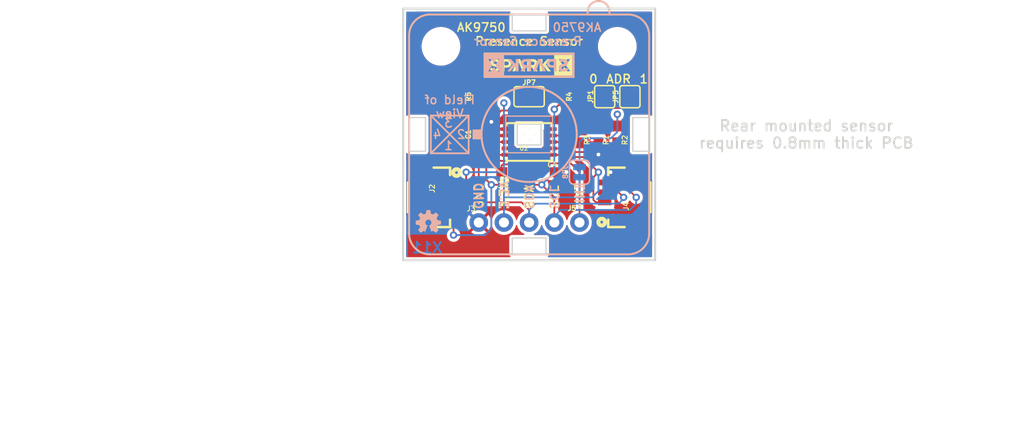
<source format=kicad_pcb>
(kicad_pcb (version 20211014) (generator pcbnew)
  (layers (0 "F.Cu" signal) (31 "B.Cu" signal) (34 "B.Paste" user) (35 "F.Paste" user) (36 "B.SilkS" user "B.Silkscreen") (37 "F.SilkS" user "F.Silkscreen") (38 "B.Mask" user) (39 "F.Mask" user) (44 "Edge.Cuts" user))
  (net 0 "")
  (net 1 "3.3V")
  (net 2 "GND")
  (net 3 "SCL")
  (net 4 "SDA")
  (net 5 "~{INT}")
  (net 6 "N$1")
  (net 7 "N$2")
  (net 8 "ADR0")
  (net 9 "ADR1")
  (net 10 "N$3")
  (net 11 "VDD")
  (footprint "eagleBoard:STAND-OFF" (layer "F.Cu") (at 139.6111 96.1136)
    (fp_text reference "JP3" hide)
    (fp_text value "STAND-OFF" hide)
    (pad "" np_thru_hole circle (at 0 0) (size 3.302 3.302) (drill 3.302) (layers *.Cu *.Mask))
  )
  (footprint "eagleBoard:1X04_NO_SILK" (layer "F.Cu") (at 143.4211 113.8936)
    (fp_text reference "J3" (at -1.27 -1.397) (layer "F.SilkS") (effects (font (size 0.512064 0.512064) (thickness 0.097536)) (justify left)))
    (fp_text value "PTH" hide)
    (pad "1" thru_hole circle (at 0 0 90) (size 1.8796 1.8796) (drill 1.016) (layers *.Cu *.Mask) (net 2 "GND"))
    (pad "2" thru_hole circle (at 2.54 0 90) (size 1.8796 1.8796) (drill 1.016) (layers *.Cu *.Mask) (net 1 "3.3V"))
    (pad "3" thru_hole circle (at 5.08 0 90) (size 1.8796 1.8796) (drill 1.016) (layers *.Cu *.Mask) (net 4 "SDA"))
    (pad "4" thru_hole circle (at 7.62 0 90) (size 1.8796 1.8796) (drill 1.016) (layers *.Cu *.Mask) (net 3 "SCL"))
  )
  (footprint "eagleBoard:SPARKX-MEDIUM" (layer "F.Cu") (at 148.5011 98.0186)
    (fp_text reference "U$2" hide)
    (fp_text value "SPARKX-LOGO4" hide)
  )
  (footprint "eagleBoard:MICRO-FIDUCIAL" (layer "F.Cu") (at 160.3121 116.8146)
    (fp_text reference "JP2" hide)
    (fp_text value "FIDUCIALUFIDUCIAL" hide)
    (pad "1" smd roundrect (at 0 0) (size 0.635 0.635) (layers "F.Cu" "F.Mask") (roundrect_rratio 0.5))
  )
  (footprint "eagleBoard:1X04_1MM_RA" (layer "F.Cu") (at 156.1211 111.3536 90)
    (fp_text reference "J4" (at -1.397 2.159 90) (layer "F.SilkS") (effects (font (size 0.512064 0.512064) (thickness 0.097536)) (justify left)))
    (fp_text value "SMD" hide)
    (pad "1" smd rect (at -1.5 0 90) (size 0.6 1.35) (layers "F.Cu" "F.Paste" "F.Mask") (net 2 "GND"))
    (pad "2" smd rect (at -0.5 0 90) (size 0.6 1.35) (layers "F.Cu" "F.Paste" "F.Mask") (net 1 "3.3V"))
    (pad "3" smd rect (at 0.5 0 90) (size 0.6 1.35) (layers "F.Cu" "F.Paste" "F.Mask") (net 4 "SDA"))
    (pad "4" smd rect (at 1.5 0 90) (size 0.6 1.35) (layers "F.Cu" "F.Paste" "F.Mask") (net 3 "SCL"))
    (pad "NC1" smd rect (at 2.8 3.675 90) (size 1.2 2) (layers "F.Cu" "F.Paste" "F.Mask"))
    (pad "NC2" smd rect (at -2.8 3.675 90) (size 1.2 2) (layers "F.Cu" "F.Paste" "F.Mask"))
  )
  (footprint "eagleBoard:1X01_NO_SILK" (layer "F.Cu") (at 153.5811 113.8936)
    (fp_text reference "J5" (at -1.27 -1.143) (layer "F.SilkS") (effects (font (size 0.48768 0.48768) (thickness 0.12192)) (justify left bottom)))
    (fp_text value "")
    (pad "1" thru_hole circle (at 0 0 90) (size 1.8796 1.8796) (drill 1.016) (layers *.Cu *.Mask) (net 5 "~{INT}"))
  )
  (footprint "eagleBoard:MICRO-FIDUCIAL" (layer "F.Cu") (at 136.5631 93.0656)
    (fp_text reference "JP6" hide)
    (fp_text value "FIDUCIALUFIDUCIAL" hide)
    (pad "1" smd roundrect (at 0 0) (size 0.635 0.635) (layers "F.Cu" "F.Mask") (roundrect_rratio 0.5))
  )
  (footprint "eagleBoard:0603" (layer "F.Cu") (at 153.5811 105.0036 -90)
    (fp_text reference "R3" (at 0 -0.762 90) (layer "F.SilkS") (effects (font (size 0.512064 0.512064) (thickness 0.097536)) (justify right)))
    (fp_text value "10k")
    (pad "1" smd rect (at -0.85 0 270) (size 1.1 1) (layers "F.Cu" "F.Paste" "F.Mask") (net 8 "ADR0"))
    (pad "2" smd rect (at 0.85 0 270) (size 1.1 1) (layers "F.Cu" "F.Paste" "F.Mask") (net 2 "GND"))
  )
  (footprint "eagleBoard:0603" (layer "F.Cu") (at 153.5811 101.1936 90)
    (fp_text reference "R4" (at 0 -0.762 90) (layer "F.SilkS") (effects (font (size 0.48768 0.48768) (thickness 0.12192)) (justify bottom)))
    (fp_text value "4.7k")
    (pad "1" smd rect (at -0.85 0 90) (size 1.1 1) (layers "F.Cu" "F.Paste" "F.Mask") (net 3 "SCL"))
    (pad "2" smd rect (at 0.85 0 90) (size 1.1 1) (layers "F.Cu" "F.Paste" "F.Mask") (net 7 "N$2"))
  )
  (footprint "eagleBoard:0603" (layer "F.Cu") (at 143.4211 105.0036 90)
    (fp_text reference "C1" (at 0 -0.762 90) (layer "F.SilkS") (effects (font (size 0.48768 0.48768) (thickness 0.12192)) (justify bottom)))
    (fp_text value "1.0uF")
    (pad "1" smd rect (at -0.85 0 90) (size 1.1 1) (layers "F.Cu" "F.Paste" "F.Mask") (net 1 "3.3V"))
    (pad "2" smd rect (at 0.85 0 90) (size 1.1 1) (layers "F.Cu" "F.Paste" "F.Mask") (net 2 "GND"))
  )
  (footprint "eagleBoard:0603" (layer "F.Cu") (at 157.3911 105.0036 -90)
    (fp_text reference "R2" (at 0 -0.762 90) (layer "F.SilkS") (effects (font (size 0.512064 0.512064) (thickness 0.097536)) (justify right)))
    (fp_text value "10k")
    (pad "1" smd rect (at -0.85 0 270) (size 1.1 1) (layers "F.Cu" "F.Paste" "F.Mask") (net 10 "N$3"))
    (pad "2" smd rect (at 0.85 0 270) (size 1.1 1) (layers "F.Cu" "F.Paste" "F.Mask") (net 5 "~{INT}"))
  )
  (footprint "eagleBoard:0603" (layer "F.Cu") (at 150.2791 108.8136)
    (fp_text reference "C4" (at 0 -0.762) (layer "F.SilkS") (effects (font (size 0.512064 0.512064) (thickness 0.097536)) (justify left)))
    (fp_text value "1.0uF")
    (pad "1" smd rect (at -0.85 0) (size 1.1 1) (layers "F.Cu" "F.Paste" "F.Mask") (net 11 "VDD"))
    (pad "2" smd rect (at 0.85 0) (size 1.1 1) (layers "F.Cu" "F.Paste" "F.Mask") (net 2 "GND"))
  )
  (footprint "eagleBoard:0603" (layer "F.Cu") (at 155.4861 105.0036 -90)
    (fp_text reference "R1" (at 0 -0.762 90) (layer "F.SilkS") (effects (font (size 0.512064 0.512064) (thickness 0.097536)) (justify right)))
    (fp_text value "10k")
    (pad "1" smd rect (at -0.85 0 270) (size 1.1 1) (layers "F.Cu" "F.Paste" "F.Mask") (net 9 "ADR1"))
    (pad "2" smd rect (at 0.85 0 270) (size 1.1 1) (layers "F.Cu" "F.Paste" "F.Mask") (net 2 "GND"))
  )
  (footprint "eagleBoard:SMT-JUMPER_3_2-NC_PASTE_SILK" (layer "F.Cu") (at 148.5011 101.1936)
    (fp_text reference "JP7" (at 0 -1.143) (layer "F.SilkS") (effects (font (size 0.48768 0.48768) (thickness 0.12192)) (justify bottom)))
    (fp_text value "")
    (pad "1" smd rect (at -0.8128 0) (size 0.635 1.27) (layers "F.Cu" "F.Mask") (net 6 "N$1"))
    (pad "2" smd rect (at 0 0) (size 0.635 1.27) (layers "F.Cu" "F.Mask") (net 1 "3.3V"))
    (pad "3" smd rect (at 0.8128 0) (size 0.635 1.27) (layers "F.Cu" "F.Mask") (net 7 "N$2"))
  )
  (footprint "eagleBoard:1X04_1MM_RA" (layer "F.Cu") (at 140.8811 111.3536 -90)
    (fp_text reference "J2" (at -1.397 2.159 90) (layer "F.SilkS") (effects (font (size 0.512064 0.512064) (thickness 0.097536)) (justify right)))
    (fp_text value "SMD" hide)
    (pad "1" smd rect (at -1.5 0 270) (size 0.6 1.35) (layers "F.Cu" "F.Paste" "F.Mask") (net 2 "GND"))
    (pad "2" smd rect (at -0.5 0 270) (size 0.6 1.35) (layers "F.Cu" "F.Paste" "F.Mask") (net 1 "3.3V"))
    (pad "3" smd rect (at 0.5 0 270) (size 0.6 1.35) (layers "F.Cu" "F.Paste" "F.Mask") (net 4 "SDA"))
    (pad "4" smd rect (at 1.5 0 270) (size 0.6 1.35) (layers "F.Cu" "F.Paste" "F.Mask") (net 3 "SCL"))
    (pad "NC1" smd rect (at 2.8 3.675 270) (size 1.2 2) (layers "F.Cu" "F.Paste" "F.Mask"))
    (pad "NC2" smd rect (at -2.8 3.675 270) (size 1.2 2) (layers "F.Cu" "F.Paste" "F.Mask"))
  )
  (footprint "eagleBoard:STAND-OFF" (layer "F.Cu") (at 157.3911 96.1136)
    (fp_text reference "JP4" hide)
    (fp_text value "STAND-OFF" hide)
    (pad "" np_thru_hole circle (at 0 0) (size 3.302 3.302) (drill 3.302) (layers *.Cu *.Mask))
  )
  (footprint "eagleBoard:SMT-JUMPER_2_NO_SILK" (layer "F.Cu") (at 156.1211 101.1936 90)
    (fp_text reference "JP1" (at 0 -1.143 90) (layer "F.SilkS") (effects (font (size 0.48768 0.48768) (thickness 0.12192)) (justify bottom)))
    (fp_text value "")
    (pad "1" smd rect (at -0.4064 0 90) (size 0.635 1.27) (layers "F.Cu" "F.Mask") (net 8 "ADR0"))
    (pad "2" smd rect (at 0.4064 0 90) (size 0.635 1.27) (layers "F.Cu" "F.Mask") (net 1 "3.3V"))
  )
  (footprint "eagleBoard:0603" (layer "F.Cu") (at 146.5961 108.8136 180)
    (fp_text reference "R6" (at 0 -0.762) (layer "F.SilkS") (effects (font (size 0.512064 0.512064) (thickness 0.097536)) (justify right)))
    (fp_text value "330")
    (pad "1" smd rect (at -0.85 0 180) (size 1.1 1) (layers "F.Cu" "F.Paste" "F.Mask") (net 11 "VDD"))
    (pad "2" smd rect (at 0.85 0 180) (size 1.1 1) (layers "F.Cu" "F.Paste" "F.Mask") (net 1 "3.3V"))
  )
  (footprint "eagleBoard:CREATIVE_COMMONS" (layer "F.Cu") (at 115.4811 135.4836)
    (fp_text reference "FRAME1" hide)
    (fp_text value "FRAME-LETTER" hide)
  )
  (footprint "eagleBoard:SMT-JUMPER_2_NO_SILK" (layer "F.Cu") (at 158.6611 101.1936 90)
    (fp_text reference "JP5" (at 0 -1.143 90) (layer "F.SilkS") (effects (font (size 0.48768 0.48768) (thickness 0.12192)) (justify bottom)))
    (fp_text value "")
    (pad "1" smd rect (at -0.4064 0 90) (size 0.635 1.27) (layers "F.Cu" "F.Mask") (net 9 "ADR1"))
    (pad "2" smd rect (at 0.4064 0 90) (size 0.635 1.27) (layers "F.Cu" "F.Mask") (net 1 "3.3V"))
  )
  (footprint "eagleBoard:0603" (layer "F.Cu") (at 143.4211 101.1936 90)
    (fp_text reference "R5" (at 0 -0.762 90) (layer "F.SilkS") (effects (font (size 0.48768 0.48768) (thickness 0.12192)) (justify bottom)))
    (fp_text value "4.7k")
    (pad "1" smd rect (at -0.85 0 90) (size 1.1 1) (layers "F.Cu" "F.Paste" "F.Mask") (net 4 "SDA"))
    (pad "2" smd rect (at 0.85 0 90) (size 1.1 1) (layers "F.Cu" "F.Paste" "F.Mask") (net 6 "N$1"))
  )
  (footprint "eagleBoard:SON10" (layer "F.Cu") (at 148.5011 105.7656)
    (fp_text reference "U2" (at -1.016 0.889) (layer "F.SilkS") (effects (font (size 0.4318 0.4318) (thickness 0.0762)) (justify left bottom)))
    (fp_text value "AK9750")
    (fp_text user "1" (at -0.1 -1.2) (layer "F.SilkS") (effects (font (size 0.23368 0.23368) (thickness 0.02032)) (justify left bottom)))
    (fp_text user "4" (at 0.5 -0.6) (layer "F.SilkS") (effects (font (size 0.23368 0.23368) (thickness 0.02032)) (justify left bottom)))
    (fp_text user "3" (at -0.1 -0.1) (layer "F.SilkS") (effects (font (size 0.23368 0.23368) (thickness 0.02032)) (justify left bottom)))
    (fp_text user "2" (at -0.7 -0.6) (layer "F.SilkS") (effects (font (size 0.23368 0.23368) (thickness 0.02032)) (justify left bottom)))
    (fp_line (start -1.2 0.3) (end -1.2 -1.8) (layer "Edge.Cuts") (width 0.127))
    (fp_line (start -1.2 -1.8) (end 1.2 -1.8) (layer "Edge.Cuts") (width 0.127))
    (fp_line (start 1.2 -1.8) (end 1.2 0.3) (layer "Edge.Cuts") (width 0.127))
    (fp_line (start 1.2 0.3) (end -1.2 0.3) (layer "Edge.Cuts") (width 0.127))
    (pad "1" smd rect (at 2.325 -1.3) (size 0.9 0.38) (layers "F.Cu" "F.Paste" "F.Mask") (net 11 "VDD"))
    (pad "2" smd rect (at 2.325 -0.65) (size 0.9 0.38) (layers "F.Cu" "F.Paste" "F.Mask") (net 8 "ADR0"))
    (pad "3" smd rect (at 2.325 0) (size 0.9 0.38) (layers "F.Cu" "F.Paste" "F.Mask") (net 9 "ADR1"))
    (pad "4" smd rect (at 2.325 0.65) (size 0.9 0.38) (layers "F.Cu" "F.Paste" "F.Mask") (net 5 "~{INT}"))
    (pad "5" smd rect (at 2.325 1.3) (size 0.9 0.38) (layers "F.Cu" "F.Paste" "F.Mask") (net 1 "3.3V"))
    (pad "6" smd rect (at -2.325 1.3) (size 0.9 0.38) (layers "F.Cu" "F.Paste" "F.Mask") (net 4 "SDA"))
    (pad "7" smd rect (at -2.325 0.65) (size 0.9 0.38) (layers "F.Cu" "F.Paste" "F.Mask") (net 3 "SCL"))
    (pad "8" smd rect (at -2.325 0) (size 0.9 0.38) (layers "F.Cu" "F.Paste" "F.Mask") (net 1 "3.3V"))
    (pad "9" smd rect (at -2.325 -0.65) (size 0.9 0.38) (layers "F.Cu" "F.Paste" "F.Mask") (net 2 "GND"))
    (pad "10" smd rect (at -2.325 -1.3) (size 0.9 0.38) (layers "F.Cu" "F.Paste" "F.Mask") (net 2 "GND"))
  )
  (footprint "eagleBoard:SPARKX-MEDIUM" (layer "B.Cu") (at 148.5011 98.0186 180)
    (fp_text reference "U$1" hide)
    (fp_text value "SPARKX-LOGO4" hide)
  )
  (footprint "eagleBoard:OSHW-LOGO-MINI" (layer "B.Cu") (at 138.3411 113.8936 180)
    (fp_text reference "LOGO1" hide)
    (fp_text value "OSHW-LOGOMINI" hide)
  )
  (footprint "eagleBoard:LENS-CWM-0.5-GI-V1" (layer "B.Cu") (at 148.5011 105.0036 180)
    (fp_text reference "U$3" hide)
    (fp_text value "CWM 0.5 GI V1" hide)
    (fp_line (start -12.05 1.7) (end -10.45 1.7) (layer "Edge.Cuts") (width 0.127))
    (fp_line (start -1.7 10.45) (end 1.7 10.45) (layer "Edge.Cuts") (width 0.127))
    (fp_line (start 1.7 12.05) (end 1.7 10.45) (layer "Edge.Cuts") (width 0.127))
    (fp_line (start 1.7 -10.45) (end 1.7 -12.05) (layer "Edge.Cuts") (width 0.127))
    (fp_line (start 10.45 1.7) (end 10.45 -1.7) (layer "Edge.Cuts") (width 0.127))
    (fp_line (start -1.7 10.45) (end -1.7 12.05) (layer "Edge.Cuts") (width 0.127))
    (fp_line (start -1.7 -10.45) (end 1.7 -10.45) (layer "Edge.Cuts") (width 0.127))
    (fp_line (start -1.7 -12.05) (end -1.7 -10.45) (layer "Edge.Cuts") (width 0.127))
    (fp_line (start -1.7 -12.05) (end 1.7 -12.05) (layer "Edge.Cuts") (width 0.127))
    (fp_line (start -12.05 1.7) (end -12.05 -1.7) (layer "Edge.Cuts") (width 0.127))
    (fp_line (start 10.45 1.7) (end 12.05 1.7) (layer "Edge.Cuts") (width 0.127))
    (fp_line (start -10.45 1.7) (end -10.45 -1.7) (layer "Edge.Cuts") (width 0.127))
    (fp_line (start -10.45 -1.7) (end -12.05 -1.7) (layer "Edge.Cuts") (width 0.127))
    (fp_line (start 12.05 -1.7) (end 10.45 -1.7) (layer "Edge.Cuts") (width 0.127))
    (fp_line (start 12.05 1.7) (end 12.05 -1.7) (layer "Edge.Cuts") (width 0.127))
    (fp_line (start -1.7 12.05) (end 1.7 12.05) (layer "Edge.Cuts") (width 0.127))
    (zone (net 0) (net_name "") (layer "F.Cu") (connect_pads (clearance 0)) (min_thickness 0.254)
      (keepout (tracks not_allowed) (vias not_allowed) (pads not_allowed) (copperpour not_allowed) (footprints allowed))
      (fill (thermal_gap 0.508) (thermal_bridge_width 0.508))
      (polygon (pts (xy 150.2011 117.0536) (xy 150.2011 115.4536) (xy 146.8011 115.4536) (xy 146.8011 117.0536)))
    )
    (zone (net 0) (net_name "") (layer "F.Cu") (connect_pads (clearance 0)) (min_thickness 0.254)
      (keepout (tracks not_allowed) (vias not_allowed) (pads not_allowed) (copperpour not_allowed) (footprints allowed))
      (fill (thermal_gap 0.508) (thermal_bridge_width 0.508))
      (polygon (pts (xy 160.5511 103.3036) (xy 158.9511 103.3036) (xy 158.9511 106.7036) (xy 160.5511 106.7036)))
    )
    (zone (net 0) (net_name "") (layer "F.Cu") (connect_pads (clearance 0)) (min_thickness 0.254)
      (keepout (tracks not_allowed) (vias not_allowed) (pads not_allowed) (copperpour not_allowed) (footprints allowed))
      (fill (thermal_gap 0.508) (thermal_bridge_width 0.508))
      (polygon (pts (xy 136.4511 106.7036) (xy 138.0511 106.7036) (xy 138.0511 103.3036) (xy 136.4511 103.3036)))
    )
    (zone (net 0) (net_name "") (layer "F.Cu") (connect_pads (clearance 0)) (min_thickness 0.254)
      (keepout (tracks not_allowed) (vias not_allowed) (pads not_allowed) (copperpour not_allowed) (footprints allowed))
      (fill (thermal_gap 0.508) (thermal_bridge_width 0.508))
      (polygon (pts (xy 146.8011 92.9536) (xy 146.8011 94.5536) (xy 150.2011 94.5536) (xy 150.2011 92.9536)))
    )
    (zone (net 0) (net_name "") (layer "B.Cu") (connect_pads (clearance 0)) (min_thickness 0.254)
      (keepout (tracks not_allowed) (vias not_allowed) (pads not_allowed) (copperpour not_allowed) (footprints allowed))
      (fill (thermal_gap 0.508) (thermal_bridge_width 0.508))
      (polygon (pts (xy 146.8011 92.9536) (xy 146.8011 94.5536) (xy 150.2011 94.5536) (xy 150.2011 92.9536)))
    )
    (zone (net 0) (net_name "") (layer "B.Cu") (connect_pads (clearance 0)) (min_thickness 0.254)
      (keepout (tracks not_allowed) (vias not_allowed) (pads not_allowed) (copperpour not_allowed) (footprints allowed))
      (fill (thermal_gap 0.508) (thermal_bridge_width 0.508))
      (polygon (pts (xy 160.5511 103.3036) (xy 158.9511 103.3036) (xy 158.9511 106.7036) (xy 160.5511 106.7036)))
    )
    (zone (net 0) (net_name "") (layer "B.Cu") (connect_pads (clearance 0)) (min_thickness 0.254)
      (keepout (tracks not_allowed) (vias not_allowed) (pads not_allowed) (copperpour not_allowed) (footprints allowed))
      (fill (thermal_gap 0.508) (thermal_bridge_width 0.508))
      (polygon (pts (xy 150.2011 117.0536) (xy 150.2011 115.4536) (xy 146.8011 115.4536) (xy 146.8011 117.0536)))
    )
    (zone (net 0) (net_name "") (layer "B.Cu") (connect_pads (clearance 0)) (min_thickness 0.254)
      (keepout (tracks not_allowed) (vias not_allowed) (pads not_allowed) (copperpour not_allowed) (footprints allowed))
      (fill (thermal_gap 0.508) (thermal_bridge_width 0.508))
      (polygon (pts (xy 136.4511 106.7036) (xy 138.0511 106.7036) (xy 138.0511 103.3036) (xy 136.4511 103.3036)))
    )
  )
  (footprint "eagleBoard:SMT-JUMPER_2_NC_TRACE_SILK" (layer "B.Cu") (at 153.5811 108.8136 -90)
    (fp_text reference "JP8" (at 0 1.143 90) (layer "B.SilkS") (effects (font (size 0.48768 0.48768) (thickness 0.12192)) (justify bottom mirror)))
    (fp_text value "")
    (fp_line (start -0.508 0) (end 0.508 0) (layer "B.Cu") (width 0.254))
    (pad "1" smd rect (at -0.508 0 270) (size 0.635 1.27) (layers "B.Cu" "B.Mask") (net 10 "N$3"))
    (pad "2" smd rect (at 0.508 0 270) (size 0.635 1.27) (layers "B.Cu" "B.Mask") (net 1 "3.3V"))
  )
  (gr_line (start 142.4051 103.0986) (end 138.5951 106.9086) (layer "B.SilkS") (width 0.1778))
  (gr_line (start 138.5951 103.0986) (end 142.4051 106.9086) (layer "B.SilkS") (width 0.1778))
  (gr_line (start 138.5951 106.9086) (end 142.4051 106.9086) (layer "B.SilkS") (width 0.1778))
  (gr_line (start 138.5951 106.9086) (end 138.5951 103.0986) (layer "B.SilkS") (width 0.1778))
  (gr_line (start 142.4051 103.0986) (end 138.5951 103.0986) (layer "B.SilkS") (width 0.1778))
  (gr_line (start 142.4051 106.9086) (end 142.4051 103.0986) (layer "B.SilkS") (width 0.1778))
  (gr_line (start 161.2011 92.3036) (end 161.2011 117.7036) (layer "Edge.Cuts") (width 0.2032))
  (gr_line (start 135.8011 117.7036) (end 135.8011 92.3036) (layer "Edge.Cuts") (width 0.2032))
  (gr_line (start 135.8011 92.3036) (end 161.2011 92.3036) (layer "Edge.Cuts") (width 0.2032))
  (gr_line (start 161.2011 117.7036) (end 135.8011 117.7036) (layer "Edge.Cuts") (width 0.2032))
  (gr_text "X11" (at 138.2141 116.4336) (layer "B.Cu") (effects (font (size 1.0795 1.0795) (thickness 0.1905)) (justify mirror)))
  (gr_text "Field of\nView\n" (at 140.5001 102.2096) (layer "B.SilkS") (effects (font (size 0.8636 0.8636) (thickness 0.1524)) (justify mirror)))
  (gr_text "SDA" (at 148.5011 112.6236 -90) (layer "B.SilkS") (effects (font (size 0.8636 0.8636) (thickness 0.1524)) (justify left mirror)))
  (gr_text "2" (at 141.6431 105.0036) (layer "B.SilkS") (effects (font (size 0.8636 0.8636) (thickness 0.1524)) (justify mirror)))
  (gr_text "1" (at 140.3731 106.1466) (layer "B.SilkS") (effects (font (size 0.8636 0.8636) (thickness 0.1524)) (justify mirror)))
  (gr_text "AK9750" (at 153.3271 94.2086) (layer "B.SilkS") (effects (font (size 0.8636 0.8636) (thickness 0.1524)) (justify mirror)))
  (gr_text "3" (at 140.3731 103.8606) (layer "B.SilkS") (effects (font (size 0.8636 0.8636) (thickness 0.1524)) (justify mirror)))
  (gr_text "Presence Sensor" (at 148.3741 95.6056) (layer "B.SilkS") (effects (font (size 0.8636 0.8636) (thickness 0.1524)) (justify mirror)))
  (gr_text "GND" (at 143.4211 112.6236 -90) (layer "B.SilkS") (effects (font (size 0.8636 0.8636) (thickness 0.1524)) (justify left mirror)))
  (gr_text "~INT" (at 153.5811 112.6236 -90) (layer "B.SilkS") (effects (font (size 0.8636 0.8636) (thickness 0.1524)) (justify left mirror)))
  (gr_text "4" (at 139.2301 105.0036) (layer "B.SilkS") (effects (font (size 0.8636 0.8636) (thickness 0.1524)) (justify mirror)))
  (gr_text "3.3V" (at 145.9611 112.6236 -90) (layer "B.SilkS") (effects (font (size 0.8636 0.8636) (thickness 0.1524)) (justify left mirror)))
  (gr_text "SCL" (at 151.0411 112.6236 -90) (layer "B.SilkS") (effects (font (size 0.8636 0.8636) (thickness 0.1524)) (justify left mirror)))
  (gr_text "SCL" (at 151.0411 112.6236 90) (layer "F.SilkS") (effects (font (size 0.8636 0.8636) (thickness 0.1524)) (justify left)))
  (gr_text "0" (at 154.9781 99.4156) (layer "F.SilkS") (effects (font (size 0.8636 0.8636) (thickness 0.1524))))
  (gr_text "1" (at 160.0581 99.4156) (layer "F.SilkS") (effects (font (size 0.8636 0.8636) (thickness 0.1524))))
  (gr_text "~INT" (at 153.5811 112.6236 90) (layer "F.SilkS") (effects (font (size 0.8636 0.8636) (thickness 0.1524)) (justify left)))
  (gr_text "GND" (at 143.4211 112.6236 90) (layer "F.SilkS") (effects (font (size 0.8636 0.8636) (thickness 0.1524)) (justify left)))
  (gr_text "ADR" (at 157.5181 99.4156) (layer "F.SilkS") (effects (font (size 0.8636 0.8636) (thickness 0.1524))))
  (gr_text "Presence Sensor" (at 148.5011 95.6056) (layer "F.SilkS") (effects (font (size 0.8636 0.8636) (thickness 0.1524))))
  (gr_text "SDA" (at 148.5011 112.6236 90) (layer "F.SilkS") (effects (font (size 0.8636 0.8636) (thickness 0.1524)) (justify left)))
  (gr_text "3.3V" (at 145.9611 112.6236 90) (layer "F.SilkS") (effects (font (size 0.8636 0.8636) (thickness 0.1524)) (justify left)))
  (gr_text "AK9750" (at 143.6751 94.2086) (layer "F.SilkS") (effects (font (size 0.8636 0.8636) (thickness 0.1524))))
  (gr_text "Rear mounted sensor\nrequires 0.8mm thick PCB" (at 176.4411 105.0036) (layer "Edge.Cuts") (effects (font (size 1.0795 1.0795) (thickness 0.1905))))
  (segment (start 146.1761 105.7656) (end 146.7231 105.7656) (width 0.1778) (layer "F.Cu") (net 1))
  (segment (start 146.1761 105.7656) (end 144.6911 105.7656) (width 0.1778) (layer "F.Cu") (net 1))
  (segment (start 145.7071 108.7746) (end 145.7461 108.8136) (width 0.1778) (layer "F.Cu") (net 1))
  (segment (start 145.7071 108.1786) (end 145.7071 108.7746) (width 0.1778) (layer "F.Cu") (net 1))
  (segment (start 145.9611 102.5906) (end 145.7071 102.5906) (width 0.1778) (layer "F.Cu") (net 1))
  (segment (start 154.9781 111.6076) (end 154.9781 109.3216) (width 0.1778) (layer "F.Cu") (net 1))
  (segment (start 146.8755 105.918) (end 146.8755 106.1212) (width 0.1778) (layer "F.Cu") (net 1))
  (segment (start 143.4211 105.8536) (end 142.1121 105.8536) (width 0.1778) (layer "F.Cu") (net 1))
  (segment (start 148.5011 101.1936) (end 148.5011 99.9236) (width 0.1778) (layer "F.Cu") (net 1))
  (segment (start 146.7231 105.7656) (end 146.8755 105.918) (width 0.1778) (layer "F.Cu") (net 1))
  (segment (start 148.5011 101.9556) (end 147.8661 102.5906) (width 0.1778) (layer "F.Cu") (net 1))
  (segment (start 142.1121 105.8536) (end 141.8971 105.6386) (width 0.1778) (layer "F.Cu") (net 1))
  (segment (start 148.5011 99.9236) (end 149.7711 98.6536) (width 0.1778) (layer "F.Cu") (net 1))
  (segment (start 145.8595 108.0262) (end 145.7071 108.1786) (width 0.1778) (layer "F.Cu") (net 1))
  (segment (start 141.8891 110.8536) (end 142.1511 110.5916) (width 0.1778) (layer "F.Cu") (net 1))
  (segment (start 155.2241 111.8536) (end 154.9781 111.6076) (width 0.1778) (layer "F.Cu") (net 1))
  (segment (start 141.8971 104.4956) (end 141.8971 103.4796) (width 0.1778) (layer "F.Cu") (net 1))
  (segment (start 153.9621 107.2896) (end 155.4861 108.8136) (width 0.1778) (layer "F.Cu") (net 1))
  (segment (start 141.8971 103.4796) (end 142.4051 102.9716) (width 0.1778) (layer "F.Cu") (net 1))
  (segment (start 155.4861 98.6536) (end 156.1211 99.2886) (width 0.1778) (layer "F.Cu") (net 1))
  (segment (start 156.1211 100.7872) (end 158.6611 100.7872) (width 0.1778) (layer "F.Cu") (net 1))
  (segment (start 147.0025 108.0262) (end 145.8595 108.0262) (width 0.1778) (layer "F.Cu") (net 1))
  (segment (start 145.9611 101.8286) (end 145.9611 102.5906) (width 0.1778) (layer "F.Cu") (net 1))
  (segment (start 140.8811 110.8536) (end 141.8891 110.8536) (width 0.1778) (layer "F.Cu") (net 1))
  (segment (start 141.8891 104.5036) (end 141.8971 104.4956) (width 0.1778) (layer "F.Cu") (net 1))
  (segment (start 151.5791 107.0656) (end 151.8031 107.2896) (width 0.1778) (layer "F.Cu") (net 1))
  (segment (start 156.1211 99.2886) (end 156.1211 100.7872) (width 0.1778) (layer "F.Cu") (net 1))
  (segment (start 147.8661 102.5906) (end 145.9611 102.5906) (width 0.1778) (layer "F.Cu") (net 1))
  (segment (start 143.4211 105.8536) (end 144.6031 105.8536) (width 0.1778) (layer "F.Cu") (net 1))
  (segment (start 144.6911 105.7656) (end 144.6031 105.8536) (width 0.1778) (layer "F.Cu") (net 1))
  (segment (start 154.9781 109.3216) (end 155.4861 108.8136) (width 0.1778) (layer "F.Cu") (net 1))
  (segment (start 142.1511 108.8136) (end 142.1511 110.5916) (width 0.1778) (layer "F.Cu") (net 1))
  (segment (start 146.8755 106.1212) (end 147.3581 106.6038) (width 0.1778) (layer "F.Cu") (net 1))
  (segment (start 148.5011 101.1936) (end 148.5011 101.9556) (width 0.1778) (layer "F.Cu") (net 1))
  (segment (start 150.8261 107.0656) (end 151.5791 107.0656) (width 0.1778) (layer "F.Cu") (net 1))
  (segment (start 145.7071 102.5906) (end 145.3261 102.9716) (width 0.1778) (layer "F.Cu") (net 1))
  (segment (start 147.3581 107.6706) (end 147.3581 106.6038) (width 0.1778) (layer "F.Cu") (net 1))
  (segment (start 147.3581 107.6706) (end 147.0025 108.0262) (width 0.1778) (layer "F.Cu") (net 1))
  (segment (start 151.8031 107.2896) (end 153.9621 107.2896) (width 0.1778) (layer "F.Cu") (net 1))
  (segment (start 141.8971 105.6386) (end 141.8971 104.4956) (width 0.1778) (layer "F.Cu") (net 1))
  (segment (start 145.3261 102.9716) (end 142.4051 102.9716) (width 0.1778) (layer "F.Cu") (net 1))
  (segment (start 156.1211 111.8536) (end 155.2241 111.8536) (width 0.1778) (layer "F.Cu") (net 1))
  (segment (start 149.7711 98.6536) (end 155.4861 98.6536) (width 0.1778) (layer "F.Cu") (net 1))
  (via (at 142.1511 108.8136) (size 0.7366) (drill 0.381) (layers "F.Cu" "B.Cu") (net 1))
  (via (at 155.4861 108.8136) (size 0.7366) (drill 0.381) (layers "F.Cu" "B.Cu") (net 1))
  (via (at 145.9611 101.8286) (size 0.7366) (drill 0.381) (layers "F.Cu" "B.Cu") (net 1))
  (segment (start 154.8511 111.3536) (end 153.5811 111.3536) (width 0.1778) (layer "B.Cu") (net 1))
  (segment (start 145.9611 111.3536) (end 145.9611 108.8136) (width 0.1778) (layer "B.Cu") (net 1))
  (segment (start 153.5811 108.3056) (end 153.5811 111.3536) (width 0.1778) (layer "B.Cu") (net 1))
  (segment (start 142.1511 108.8136) (end 145.9611 108.8136) (width 0.1778) (layer "B.Cu") (net 1))
  (segment (start 155.4861 110.7186) (end 155.4861 108.8136) (width 0.1778) (layer "B.Cu") (net 1))
  (segment (start 155.4861 110.7186) (end 154.8511 111.3536) (width 0.1778) (layer "B.Cu") (net 1))
  (segment (start 145.9611 108.8136) (end 145.9611 101.8286) (width 0.1778) (layer "B.Cu") (net 1))
  (segment (start 153.5811 111.3536) (end 145.9611 111.3536) (width 0.1778) (layer "B.Cu") (net 1))
  (segment (start 145.9611 113.8936) (end 145.9611 111.3536) (width 0.1778) (layer "B.Cu") (net 1))
  (via (at 155.4861 107.0356) (size 0.7366) (drill 0.381) (layers "F.Cu" "B.Cu") (net 2))
  (via (at 144.6911 103.7336) (size 0.7366) (drill 0.381) (layers "F.Cu" "B.Cu") (net 2))
  (via (at 152.2603 108.8136) (size 0.7366) (drill 0.381) (layers "F.Cu" "B.Cu") (net 2))
  (via (at 156.7053 108.8136) (size 0.7366) (drill 0.381) (layers "F.Cu" "B.Cu") (net 2))
  (segment (start 149.7711 110.0836) (end 151.0411 111.3536) (width 0.1778) (layer "F.Cu") (net 3))
  (segment (start 149.7711 110.0836) (end 144.6911 110.0836) (width 0.1778) (layer "F.Cu") (net 3))
  (segment (start 144.6911 107.6706) (end 146.7231 107.6706) (width 0.1778) (layer "F.Cu") (net 3))
  (segment (start 144.1831 108.1786) (end 144.6911 107.6706) (width 0.1778) (layer "F.Cu") (net 3))
  (segment (start 146.7231 107.6706) (end 146.9771 107.4166) (width 0.1778) (layer "F.Cu") (net 3))
  (segment (start 146.9771 106.7816) (end 146.6111 106.4156) (width 0.1778) (layer "F.Cu") (net 3))
  (segment (start 146.1761 106.4156) (end 146.6111 106.4156) (width 0.1778) (layer "F.Cu") (net 3))
  (segment (start 146.9771 107.4166) (end 146.9771 106.7816) (width 0.1778) (layer "F.Cu") (net 3))
  (segment (start 157.7961 109.8536) (end 159.2961 111.3536) (width 0.1778) (layer "F.Cu") (net 3))
  (segment (start 153.5811 102.0436) (end 151.4611 102.0436) (width 0.1778) (layer "F.Cu") (net 3))
  (segment (start 156.1211 109.8536) (end 157.7961 109.8536) (width 0.1778) (layer "F.Cu") (net 3))
  (segment (start 144.1831 109.5756) (end 144.6911 110.0836) (width 0.1778) (layer "F.Cu") (net 3))
  (segment (start 144.1831 109.5756) (end 144.1831 108.1786) (width 0.1778) (layer "F.Cu") (net 3))
  (segment (start 151.4611 102.0436) (end 151.0411 102.4636) (width 0.1778) (layer "F.Cu") (net 3))
  (segment (start 151.0411 111.3536) (end 151.0411 113.8936) (width 0.1778) (layer "F.Cu") (net 3))
  (segment (start 140.8811 112.8536) (end 140.8811 115.1636) (width 0.1778) (layer "F.Cu") (net 3))
  (via (at 159.2961 111.3536) (size 0.7366) (drill 0.381) (layers "F.Cu" "B.Cu") (net 3))
  (via (at 140.8811 115.1636) (size 0.7366) (drill 0.381) (layers "F.Cu" "B.Cu") (net 3))
  (via (at 151.0411 102.4636) (size 0.7366) (drill 0.381) (layers "F.Cu" "B.Cu") (net 3))
  (via (at 144.6911 110.0836) (size 0.7366) (drill 0.381) (layers "F.Cu" "B.Cu") (net 3))
  (via (at 149.7711 110.0836) (size 0.7366) (drill 0.381) (layers "F.Cu" "B.Cu") (net 3))
  (segment (start 151.0411 108.8136) (end 149.7711 110.0836) (width 0.1778) (layer "B.Cu") (net 3))
  (segment (start 151.6761 112.6236) (end 151.0411 113.2586) (width 0.1778) (layer "B.Cu") (net 3))
  (segment (start 151.0411 113.2586) (end 151.0411 113.8936) (width 0.1778) (layer "B.Cu") (net 3))
  (segment (start 140.8811 115.1636) (end 144.0561 115.1636) (width 0.1778) (layer "B.Cu") (net 3))
  (segment (start 158.6611 112.6236) (end 151.6761 112.6236) (width 0.1778) (layer "B.Cu") (net 3))
  (segment (start 151.0411 102.4636) (end 151.0411 108.8136) (width 0.1778) (layer "B.Cu") (net 3))
  (segment (start 144.6911 114.5286) (end 144.6911 110.0836) (width 0.1778) (layer "B.Cu") (net 3))
  (segment (start 159.2961 111.3536) (end 159.2961 111.9886) (width 0.1778) (layer "B.Cu") (net 3))
  (segment (start 144.0561 115.1636) (end 144.6911 114.5286) (width 0.1778) (layer "B.Cu") (net 3))
  (segment (start 159.2961 111.9886) (end 158.6611 112.6236) (width 0.1778) (layer "B.Cu") (net 3))
  (segment (start 148.5011 112.6236) (end 148.5011 113.8936) (width 0.1778) (layer "F.Cu") (net 4))
  (segment (start 143.4211 111.8536) (end 147.7311 111.8536) (width 0.1778) (layer "F.Cu") (net 4))
  (segment (start 143.4211 102.0436) (end 142.3171 102.0436) (width 0.1778) (layer "F.Cu") (net 4))
  (segment (start 141.2621 106.4006) (end 141.2621 103.0986) (width 0.1778) (layer "F.Cu") (net 4))
  (segment (start 143.4211 107.0656) (end 141.9271 107.0656) (width 0.1778) (layer "F.Cu") (net 4))
  (segment (start 157.5261 110.8536) (end 158.0261 111.3536) (width 0.1778) (layer "F.Cu") (net 4))
  (segment (start 147.7311 111.8536) (end 148.5011 112.6236) (width 0.1778) (layer "F.Cu") (net 4))
  (segment (start 143.4211 111.8536) (end 143.4211 107.0656) (width 0.1778) (layer "F.Cu") (net 4))
  (segment (start 140.8811 111.8536) (end 143.4211 111.8536) (width 0.1778) (layer "F.Cu") (net 4))
  (segment (start 141.9271 107.0656) (end 141.2621 106.4006) (width 0.1778) (layer "F.Cu") (net 4))
  (segment (start 156.1211 110.8536) (end 157.5261 110.8536) (width 0.1778) (layer "F.Cu") (net 4))
  (segment (start 146.1761 107.0656) (end 143.4211 107.0656) (width 0.1778) (layer "F.Cu") (net 4))
  (segment (start 142.3171 102.0436) (end 141.2621 103.0986) (width 0.1778) (layer "F.Cu") (net 4))
  (via (at 158.0261 111.3536) (size 0.7366) (drill 0.381) (layers "F.Cu" "B.Cu") (net 4))
  (segment (start 158.0261 111.3536) (end 158.0261 111.4806) (width 0.1778) (layer "B.Cu") (net 4))
  (segment (start 148.5011 112.6236) (end 148.5011 113.8936) (width 0.1778) (layer "B.Cu") (net 4))
  (segment (start 158.0261 111.4806) (end 157.5181 111.9886) (width 0.1778) (layer "B.Cu") (net 4))
  (segment (start 157.5181 111.9886) (end 149.1361 111.9886) (width 0.1778) (layer "B.Cu") (net 4))
  (segment (start 149.1361 111.9886) (end 148.5011 112.6236) (width 0.1778) (layer "B.Cu") (net 4))
  (segment (start 157.1371 107.6706) (end 155.1051 107.6706) (width 0.1778) (layer "F.Cu") (net 5))
  (segment (start 152.6921 107.9246) (end 153.5811 108.8136) (width 0.1778) (layer "F.Cu") (net 5))
  (segment (start 153.5811 108.8136) (end 153.5811 113.8936) (width 0.1778) (layer "F.Cu") (net 5))
  (segment (start 150.8261 106.4156) (end 151.6911 106.4156) (width 0.1778) (layer "F.Cu") (net 5))
  (segment (start 150.3403 106.4156) (end 150.0251 106.7308) (width 0.1778) (layer "F.Cu") (net 5))
  (segment (start 157.3911 105.8536) (end 157.3911 107.4166) (width 0.1778) (layer "F.Cu") (net 5))
  (segment (start 150.8261 106.4156) (end 150.3403 106.4156) (width 0.1778) (layer "F.Cu") (net 5))
  (segment (start 154.2161 106.7816) (end 152.0571 106.7816) (width 0.1778) (layer "F.Cu") (net 5))
  (segment (start 157.3911 107.4166) (end 157.1371 107.6706) (width 0.1778) (layer "F.Cu") (net 5))
  (segment (start 150.2791 107.9246) (end 152.6921 107.9246) (width 0.1778) (layer "F.Cu") (net 5))
  (segment (start 151.6911 106.4156) (end 152.0571 106.7816) (width 0.1778) (layer "F.Cu") (net 5))
  (segment (start 155.1051 107.6706) (end 154.2161 106.7816) (width 0.1778) (layer "F.Cu") (net 5))
  (segment (start 150.0251 106.7308) (end 150.0251 107.6706) (width 0.1778) (layer "F.Cu") (net 5))
  (segment (start 150.0251 107.6706) (end 150.2791 107.9246) (width 0.1778) (layer "F.Cu") (net 5))
  (segment (start 147.6883 101.1936) (end 146.7231 101.1936) (width 0.1778) (layer "F.Cu") (net 6))
  (segment (start 143.4211 100.3436) (end 145.8731 100.3436) (width 0.1778) (layer "F.Cu") (net 6))
  (segment (start 146.7231 101.1936) (end 145.8731 100.3436) (width 0.1778) (layer "F.Cu") (net 6))
  (segment (start 153.5811 100.3436) (end 151.1291 100.3436) (width 0.1778) (layer "F.Cu") (net 7))
  (segment (start 149.3139 101.1936) (end 150.2791 101.1936) (width 0.1778) (layer "F.Cu") (net 7))
  (segment (start 150.2791 101.1936) (end 151.1291 100.3436) (width 0.1778) (layer "F.Cu") (net 7))
  (segment (start 154.1771 104.1536) (end 154.5971 103.7336) (width 0.1778) (layer "F.Cu") (net 8))
  (segment (start 154.5971 103.7336) (end 154.5971 102.0826) (width 0.1778) (layer "F.Cu") (net 8))
  (segment (start 150.8261 105.1156) (end 151.5641 105.1156) (width 0.1778) (layer "F.Cu") (net 8))
  (segment (start 153.5811 104.1536) (end 154.1771 104.1536) (width 0.1778) (layer "F.Cu") (net 8))
  (segment (start 152.5261 104.1536) (end 151.5641 105.1156) (width 0.1778) (layer "F.Cu") (net 8))
  (segment (start 156.1211 101.6) (end 155.0797 101.6) (width 0.1778) (layer "F.Cu") (net 8))
  (segment (start 153.5811 104.1536) (end 152.5261 104.1536) (width 0.1778) (layer "F.Cu") (net 8))
  (segment (start 154.5971 102.0826) (end 155.0797 101.6) (width 0.1778) (layer "F.Cu") (net 8))
  (segment (start 151.5491 105.7656) (end 152.3111 105.0036) (width 0.1778) (layer "F.Cu") (net 9))
  (segment (start 154.5971 104.3686) (end 154.8121 104.1536) (width 0.1778) (layer "F.Cu") (net 9))
  (segment (start 156.1211 102.3366) (end 158.5341 102.3366) (width 0.1778) (layer "F.Cu") (net 9))
  (segment (start 152.3111 105.0036) (end 154.2161 105.0036) (width 0.1778) (layer "F.Cu") (net 9))
  (segment (start 155.4861 104.1536) (end 155.4861 102.9716) (width 0.1778) (layer "F.Cu") (net 9))
  (segment (start 155.4861 102.9716) (end 156.1211 102.3366) (width 0.1778) (layer "F.Cu") (net 9))
  (segment (start 155.4861 104.1536) (end 154.8121 104.1536) (width 0.1778) (layer "F.Cu") (net 9))
  (segment (start 158.6611 102.2096) (end 158.6611 101.6) (width 0.1778) (layer "F.Cu") (net 9))
  (segment (start 154.5971 104.6226) (end 154.5971 104.3686) (width 0.1778) (layer "F.Cu") (net 9))
  (segment (start 154.2161 105.0036) (end 154.5971 104.6226) (width 0.1778) (layer "F.Cu") (net 9))
  (segment (start 158.5341 102.3366) (end 158.6611 102.2096) (width 0.1778) (layer "F.Cu") (net 9))
  (segment (start 150.8261 105.7656) (end 151.5491 105.7656) (width 0.1778) (layer "F.Cu") (net 9))
  (segment (start 157.3911 104.1536) (end 157.3911 102.9716) (width 0.1778) (layer "F.Cu") (net 10))
  (via (at 157.3911 102.9716) (size 0.7366) (drill 0.381) (layers "F.Cu" "B.Cu") (net 10))
  (segment (start 153.9621 105.3846) (end 156.7561 105.3846) (width 0.1778) (layer "B.Cu") (net 10))
  (segment (start 157.3911 104.7496) (end 157.3911 102.9716) (width 0.1778) (layer "B.Cu") (net 10))
  (segment (start 153.5811 108.3056) (end 153.5811 105.7656) (width 0.1778) (layer "B.Cu") (net 10))
  (segment (start 156.7561 105.3846) (end 157.3911 104.7496) (width 0.1778) (layer "B.Cu") (net 10))
  (segment (start 153.5811 105.7656) (end 153.9621 105.3846) (width 0.1778) (layer "B.Cu") (net 10))
  (segment (start 150.1567 104.4656) (end 150.0505 104.5718) (width 0.1778) (layer "F.Cu") (net 11))
  (segment (start 149.4291 108.8136) (end 149.4291 107.6316) (width 0.1778) (layer "F.Cu") (net 11))
  (segment (start 150.8261 104.4656) (end 150.1567 104.4656) (width 0.1778) (layer "F.Cu") (net 11))
  (segment (start 149.6441 106.6038) (end 149.6441 107.4166) (width 0.1778) (layer "F.Cu") (net 11))
  (segment (start 150.0505 106.1974) (end 149.6441 106.6038) (width 0.1778) (layer "F.Cu") (net 11))
  (segment (start 150.0505 104.5718) (end 150.0505 106.1974) (width 0.1778) (layer "F.Cu") (net 11))
  (segment (start 147.4461 108.8136) (end 149.4291 108.8136) (width 0.1778) (layer "F.Cu") (net 11))
  (segment (start 149.4291 107.6316) (end 149.6441 107.4166) (width 0.1778) (layer "F.Cu") (net 11))
  (zone (net 2) (net_name "GND") (layer "F.Cu") (priority 6) (connect_pads (clearance 0.3048)) (min_thickness 0.127) (fill yes (thermal_gap 0.304) (thermal_bridge_width 0.304))
    (polygon (pts (xy 161.3281 117.8306) (xy 135.6741 117.8306) (xy 135.6741 92.1766) (xy 161.3281 92.1766)))
  )
  (zone (net 2) (net_name "GND") (layer "B.Cu") (priority 6) (connect_pads (clearance 0.3048)) (min_thickness 0.127) (fill yes (thermal_gap 0.304) (thermal_bridge_width 0.304))
    (polygon (pts (xy 161.3281 117.8306) (xy 135.6741 117.8306) (xy 135.6741 92.1766) (xy 161.3281 92.1766)))
  )
)
</source>
